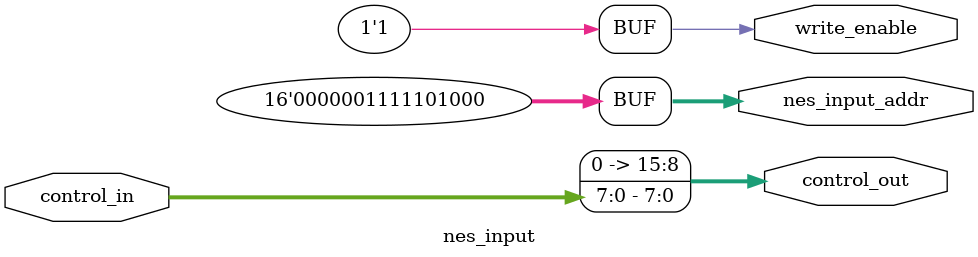
<source format=v>
module nes_input (
	input	[7:0] control_in,
	output reg [15:0] control_out,
	output reg [15:0] nes_input_addr,
	output reg write_enable
);

	always @ (control_in)
		begin
			control_out = {8'b0, control_in};
			nes_input_addr = 16'b1111101000;
			write_enable = 1;
		end

endmodule 
</source>
